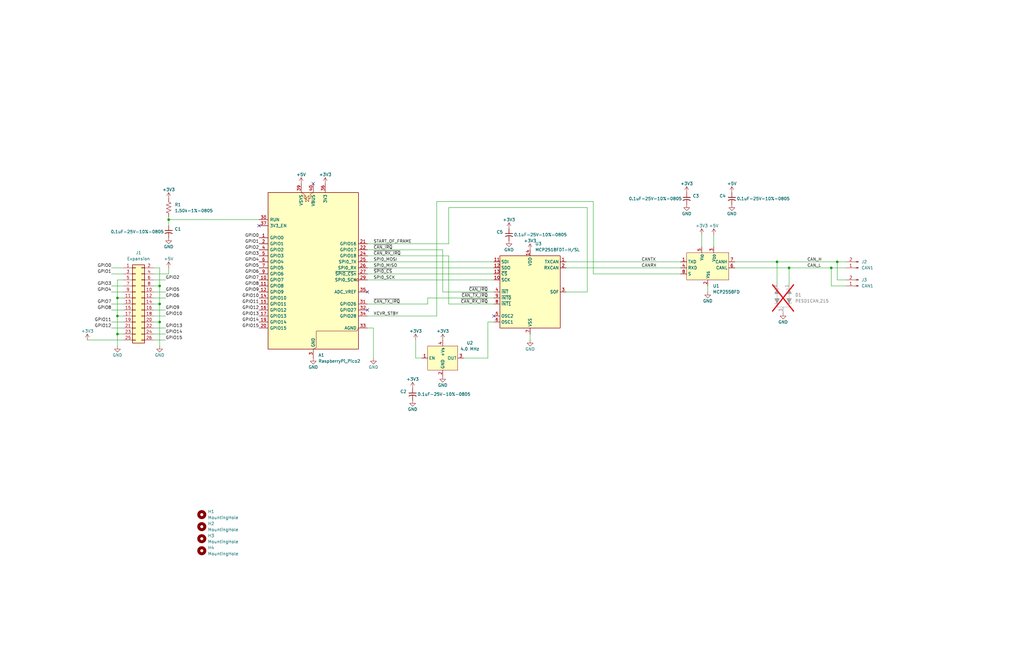
<source format=kicad_sch>
(kicad_sch (version 20250114) (generator "eeschema") (generator_version "9.0")
  (paper "B")
  (title_block (title "Pico CAN-FD Adapter") (date "2025-06-07") (rev "1") (company "1868 SPACE COOKIES"))
  (lib_symbols
    (symbol "Connector:Conn_01x02_Pin" (pin_names (offset 1.016) (hide yes))
      (property "Reference" "J" (at 0 2.54 0))
      (property "Value" "Conn_01x02_Pin" (at 0 -5.08 0))
      (symbol "Conn_01x02_Pin_1_1"
        (rectangle (start 0.8636 0.127) (end 0 -0.127) (stroke (width 0.1524)) (fill (type outline)))
        (rectangle (start 0.8636 -2.413) (end 0 -2.667) (stroke (width 0.1524)) (fill (type outline)))
        (polyline (pts (xy 1.27 0) (xy 0.8636 0)) (stroke (width 0.1524)))
        (polyline (pts (xy 1.27 -2.54) (xy 0.8636 -2.54)) (stroke (width 0.1524)))
        (pin passive line (at 5.08 0 180) (length 3.81) (name "Pin_1") (number "1"))
        (pin passive line (at 5.08 -2.54 180) (length 3.81) (name "Pin_2") (number "2"))
      )
    )
    (symbol "Connector_Generic:Conn_02x13_Odd_Even" (pin_names (offset 1.016) (hide yes))
      (property "Reference" "J" (at 1.27 17.78 0))
      (property "Value" "Conn_02x13_Odd_Even" (at 1.27 -17.78 0))
      (symbol "Conn_02x13_Odd_Even_1_1"
        (rectangle (start -1.27 16.51) (end 3.81 -16.51) (stroke (width 0.254)) (fill (type background)))
        (rectangle (start -1.27 15.367) (end 0 15.113) (stroke (width 0.1524)))
        (rectangle (start -1.27 12.827) (end 0 12.573) (stroke (width 0.1524)))
        (rectangle (start -1.27 10.287) (end 0 10.033) (stroke (width 0.1524)))
        (rectangle (start -1.27 7.747) (end 0 7.493) (stroke (width 0.1524)))
        (rectangle (start -1.27 5.207) (end 0 4.953) (stroke (width 0.1524)))
        (rectangle (start -1.27 2.667) (end 0 2.413) (stroke (width 0.1524)))
        (rectangle (start -1.27 0.127) (end 0 -0.127) (stroke (width 0.1524)))
        (rectangle (start -1.27 -2.413) (end 0 -2.667) (stroke (width 0.1524)))
        (rectangle (start -1.27 -4.953) (end 0 -5.207) (stroke (width 0.1524)))
        (rectangle (start -1.27 -7.493) (end 0 -7.747) (stroke (width 0.1524)))
        (rectangle (start -1.27 -10.033) (end 0 -10.287) (stroke (width 0.1524)))
        (rectangle (start -1.27 -12.573) (end 0 -12.827) (stroke (width 0.1524)))
        (rectangle (start -1.27 -15.113) (end 0 -15.367) (stroke (width 0.1524)))
        (rectangle (start 3.81 15.367) (end 2.54 15.113) (stroke (width 0.1524)))
        (rectangle (start 3.81 12.827) (end 2.54 12.573) (stroke (width 0.1524)))
        (rectangle (start 3.81 10.287) (end 2.54 10.033) (stroke (width 0.1524)))
        (rectangle (start 3.81 7.747) (end 2.54 7.493) (stroke (width 0.1524)))
        (rectangle (start 3.81 5.207) (end 2.54 4.953) (stroke (width 0.1524)))
        (rectangle (start 3.81 2.667) (end 2.54 2.413) (stroke (width 0.1524)))
        (rectangle (start 3.81 0.127) (end 2.54 -0.127) (stroke (width 0.1524)))
        (rectangle (start 3.81 -2.413) (end 2.54 -2.667) (stroke (width 0.1524)))
        (rectangle (start 3.81 -4.953) (end 2.54 -5.207) (stroke (width 0.1524)))
        (rectangle (start 3.81 -7.493) (end 2.54 -7.747) (stroke (width 0.1524)))
        (rectangle (start 3.81 -10.033) (end 2.54 -10.287) (stroke (width 0.1524)))
        (rectangle (start 3.81 -12.573) (end 2.54 -12.827) (stroke (width 0.1524)))
        (rectangle (start 3.81 -15.113) (end 2.54 -15.367) (stroke (width 0.1524)))
        (pin passive line (at -5.08 15.24 0) (length 3.81) (name "Pin_1") (number "1"))
        (pin passive line (at -5.08 12.7 0) (length 3.81) (name "Pin_3") (number "3"))
        (pin passive line (at -5.08 10.16 0) (length 3.81) (name "Pin_5") (number "5"))
        (pin passive line (at -5.08 7.62 0) (length 3.81) (name "Pin_7") (number "7"))
        (pin passive line (at -5.08 5.08 0) (length 3.81) (name "Pin_9") (number "9"))
        (pin passive line (at -5.08 2.54 0) (length 3.81) (name "Pin_11") (number "11"))
        (pin passive line (at -5.08 0 0) (length 3.81) (name "Pin_13") (number "13"))
        (pin passive line (at -5.08 -2.54 0) (length 3.81) (name "Pin_15") (number "15"))
        (pin passive line (at -5.08 -5.08 0) (length 3.81) (name "Pin_17") (number "17"))
        (pin passive line (at -5.08 -7.62 0) (length 3.81) (name "Pin_19") (number "19"))
        (pin passive line (at -5.08 -10.16 0) (length 3.81) (name "Pin_21") (number "21"))
        (pin passive line (at -5.08 -12.7 0) (length 3.81) (name "Pin_23") (number "23"))
        (pin passive line (at -5.08 -15.24 0) (length 3.81) (name "Pin_25") (number "25"))
        (pin passive line (at 7.62 15.24 180) (length 3.81) (name "Pin_2") (number "2"))
        (pin passive line (at 7.62 12.7 180) (length 3.81) (name "Pin_4") (number "4"))
        (pin passive line (at 7.62 10.16 180) (length 3.81) (name "Pin_6") (number "6"))
        (pin passive line (at 7.62 7.62 180) (length 3.81) (name "Pin_8") (number "8"))
        (pin passive line (at 7.62 5.08 180) (length 3.81) (name "Pin_10") (number "10"))
        (pin passive line (at 7.62 2.54 180) (length 3.81) (name "Pin_12") (number "12"))
        (pin passive line (at 7.62 0 180) (length 3.81) (name "Pin_14") (number "14"))
        (pin passive line (at 7.62 -2.54 180) (length 3.81) (name "Pin_16") (number "16"))
        (pin passive line (at 7.62 -5.08 180) (length 3.81) (name "Pin_18") (number "18"))
        (pin passive line (at 7.62 -7.62 180) (length 3.81) (name "Pin_20") (number "20"))
        (pin passive line (at 7.62 -10.16 180) (length 3.81) (name "Pin_22") (number "22"))
        (pin passive line (at 7.62 -12.7 180) (length 3.81) (name "Pin_24") (number "24"))
        (pin passive line (at 7.62 -15.24 180) (length 3.81) (name "Pin_26") (number "26"))
      )
    )
    (symbol "Device:C_Small_US" (pin_numbers (hide yes)) (pin_names (offset 0.254) (hide yes))
      (property "Reference" "C" (at 0.254 1.778 0))
      (property "Value" "C_Small_US" (at 0.254 -2.032 0))
      (symbol "C_Small_US_0_1"
        (polyline (pts (xy -1.524 0.508) (xy 1.524 0.508)) (stroke (width 0.3048)))
        (arc (start -1.524 -0.762) (mid 0 -0.3734) (end 1.524 -0.762) (stroke (width 0.3048)))
      )
      (symbol "C_Small_US_1_1"
        (pin passive line (at 0 2.54 270) (length 2.032) (name "~") (number "1"))
        (pin passive line (at 0 -2.54 90) (length 2.032) (name "~") (number "2"))
      )
    )
    (symbol "Device:R_US" (pin_numbers (hide yes)) (pin_names (offset 0))
      (property "Reference" "R" (at 2.54 0 90))
      (property "Value" "R_US" (at -2.54 0 90))
      (symbol "R_US_0_1"
        (polyline (pts (xy 0 2.286) (xy 0 2.54)))
        (polyline (pts (xy 0 2.286) (xy 1.016 1.905) (xy 0 1.524) (xy -1.016 1.143) (xy 0 0.762)))
        (polyline (pts (xy 0 0.762) (xy 1.016 0.381) (xy 0 0) (xy -1.016 -0.381) (xy 0 -0.762)))
        (polyline (pts (xy 0 -0.762) (xy 1.016 -1.143) (xy 0 -1.524) (xy -1.016 -1.905) (xy 0 -2.286)))
        (polyline (pts (xy 0 -2.286) (xy 0 -2.54)))
      )
      (symbol "R_US_1_1"
        (pin passive line (at 0 3.81 270) (length 1.27) (name "~") (number "1"))
        (pin passive line (at 0 -3.81 90) (length 1.27) (name "~") (number "2"))
      )
    )
    (symbol "Mechanical:MountingHole" (pin_names (offset 1.016)) (in_bom no)
      (property "Reference" "H" (at 0 5.08 0))
      (property "Value" "MountingHole" (at 0 3.175 0))
      (symbol "MountingHole_0_1"
        (circle (center 0 0) (radius 1.27) (stroke (width 1.27)))
      )
    )
    (symbol "Pico-CAN:MCP2518FDT-H/SL"
      (property "Reference" "U4" (at 1.905 13.97 0))
      (property "Value" "MCP2518FDT-H/SL" (at 1.905 11.43 0))
      (symbol "MCP2518FDT-H/SL_0_1"
        (rectangle (start -12.7 10.16) (end 12.7 -20.32) (stroke (width 0.254)) (fill (type background)))
      )
      (symbol "MCP2518FDT-H/SL_1_1"
        (pin input line (at -15.24 7.62 0) (length 2.54) (name "SDI") (number "11"))
        (pin output line (at -15.24 5.08 0) (length 2.54) (name "SDO") (number "12"))
        (pin input line (at -15.24 2.54 0) (length 2.54) (name "~{CS}") (number "13"))
        (pin input line (at -15.24 0 0) (length 2.54) (name "SCK") (number "10"))
        (pin output line (at -15.24 -5.08 0) (length 2.54) (name "~{INT}") (number "4"))
        (pin bidirectional line (at -15.24 -7.62 0) (length 2.54) (name "~{INT0}/GPIO0/XSTBY") (number "9") (alternate "GPIO0" bidirectional line) (alternate "~{INT0}" output line))
        (pin bidirectional line (at -15.24 -10.16 0) (length 2.54) (name "~{INT1}/GPIO1") (number "8") (alternate "~{INT1}" output line))
        (pin output line (at -15.24 -15.24 0) (length 2.54) (name "OSC2") (number "5"))
        (pin input line (at -15.24 -17.78 0) (length 2.54) (name "OSC1") (number "6"))
        (pin power_in line (at 0 12.7 270) (length 2.54) (name "VDD") (number "14"))
        (pin power_in line (at 0 -22.86 90) (length 2.54) (name "VSS") (number "7"))
        (pin output line (at 15.24 7.62 180) (length 2.54) (name "TXCAN") (number "1"))
        (pin input line (at 15.24 5.08 180) (length 2.54) (name "RXCAN") (number "2"))
        (pin output line (at 15.24 -5.08 180) (length 2.54) (name "CLKO/SOF") (number "3") (alternate "SOF" output line))
      )
    )
    (symbol "Pico-CAN:Microchip-MCP2558FDT-H/MF"
      (property "Reference" "U?" (at 15.24 2.5086 0))
      (property "Value" "MCP2558FD" (at 15.24 -0.0314 0))
      (symbol "Microchip-MCP2558FDT-H/MF_1_1"
        (rectangle (start -8.89 0) (end 8.89 -11.43) (fill (type background)))
        (pin input line (at -11.43 -3.81 0) (length 2.54) (name "TXD") (number "1"))
        (pin output line (at -11.43 -6.35 0) (length 2.54) (name "RXD") (number "4"))
        (pin input line (at -11.43 -8.89 0) (length 2.54) (name "S") (number "8"))
        (pin output line (at -2.54 2.54 270) (length 2.54) (name "V_{IO}") (number "5"))
        (pin passive line (at 0 -13.97 90) (length 2.54) (name "V_{SS}") (number "2"))
        (pin passive line (at 2.54 2.54 270) (length 2.54) (name "V_{DD}") (number "3"))
        (pin open_emitter line (at 11.43 -3.81 180) (length 2.54) (name "CANH") (number "7"))
        (pin open_collector line (at 11.43 -6.35 180) (length 2.54) (name "CANL") (number "6"))
      )
    )
    (symbol "Pico-CAN:Oscillator-Wurth-831018041"
      (property "Reference" "U" (at 0 0 0))
      (property "Value" "4.0 MHz" (at 0 0 0))
      (symbol "Oscillator-Wurth-831018041_1_1"
        (rectangle (start -6.35 0) (end 6.35 -10.16) (fill (type background)))
        (pin input line (at -8.89 -5.08 0) (length 2.54) (name "EN") (number "1"))
        (pin power_in line (at 0 2.54 270) (length 2.54) (name "+Vs") (number "4"))
        (pin passive line (at 0 -12.7 90) (length 2.54) (name "GND") (number "2"))
        (pin output line (at 8.89 -5.08 180) (length 2.54) (name "OUT") (number "3"))
      )
    )
    (symbol "Pico-CAN:PESD1CAN" (pin_names (hide yes))
      (property "Reference" "D?" (at 1.2699 0 90))
      (property "MFG P/N" "PESD1CAN,215" (at 3.8099 0 90))
      (symbol "PESD1CAN_0_1"
        (polyline (pts (xy -1.27 -1.524) (xy -1.27 -3.556) (xy -0.762 -3.556)))
        (polyline (pts (xy -1.27 -2.54) (xy 0.762 -2.54)))
        (polyline (pts (xy -1.27 -6.604) (xy -1.27 -8.636) (xy -0.762 -8.636)))
        (polyline (pts (xy -1.27 -7.62) (xy 0.762 -7.62)))
        (polyline (pts (xy 0.635 -2.54) (xy 3.175 -2.54)))
        (polyline (pts (xy 0.635 -7.62) (xy 3.175 -7.62)))
        (polyline (pts (xy 0.762 -1.524) (xy -1.27 -2.54) (xy 0.762 -3.556) (xy 0.762 -1.524)) (fill (type outline)))
        (polyline (pts (xy 0.762 -6.604) (xy -1.27 -7.62) (xy 0.762 -8.636) (xy 0.762 -6.604)) (fill (type outline)))
        (polyline (pts (xy 2.794 -3.556) (xy 4.826 -2.54) (xy 2.794 -1.524) (xy 2.794 -3.556)) (fill (type outline)))
        (polyline (pts (xy 2.794 -8.636) (xy 4.826 -7.62) (xy 2.794 -6.604) (xy 2.794 -8.636)) (fill (type outline)))
        (polyline (pts (xy 4.445 -2.54) (xy 6.35 -2.54) (xy 6.35 -7.62) (xy 4.445 -7.62)))
        (polyline (pts (xy 4.826 -2.54) (xy 2.794 -2.54)))
        (polyline (pts (xy 4.826 -3.556) (xy 4.826 -1.524) (xy 4.318 -1.524)))
        (polyline (pts (xy 4.826 -7.62) (xy 2.794 -7.62)))
        (polyline (pts (xy 4.826 -8.636) (xy 4.826 -6.604) (xy 4.318 -6.604)))
      )
      (symbol "PESD1CAN_1_1"
        (pin passive line (at -3.81 -2.54 0) (length 2.54) (name "K1") (number "1"))
        (pin passive line (at -3.81 -7.62 0) (length 2.54) (name "K1") (number "2"))
        (pin passive line (at 8.89 -5.08 180) (length 2.54) (name "KK") (number "3"))
      )
    )
    (symbol "Pico-CAN:RaspberryPi_Pico2" (pin_names (offset 0.762))
      (property "Reference" "A" (at -19.05 35.56 0))
      (property "Value" "RaspberryPi_Pico2" (at 7.62 35.56 0))
      (symbol "RaspberryPi_Pico2_0_1"
        (rectangle (start -19.05 34.29) (end 19.05 -31.75) (stroke (width 0.254)) (fill (type background)))
        (polyline (pts (xy -5.08 34.29) (xy -3.81 33.655) (xy -3.81 31.75) (xy -3.175 31.75)))
        (polyline (pts (xy -3.429 32.766) (xy -3.429 33.02) (xy -3.175 33.02) (xy -3.175 30.48) (xy -2.921 30.48) (xy -2.921 30.734)))
        (polyline (pts (xy -3.175 31.75) (xy -1.905 33.02) (xy -1.905 30.48) (xy -3.175 31.75)))
        (polyline (pts (xy 0 34.29) (xy -1.27 33.655) (xy -1.27 31.75) (xy -1.905 31.75)))
        (polyline (pts (xy 0 -31.75) (xy 1.27 -31.115) (xy 1.27 -24.13) (xy 18.415 -24.13) (xy 19.05 -22.86)))
      )
      (symbol "RaspberryPi_Pico2_1_1"
        (pin passive line (at -22.86 22.86 0) (length 3.81) (name "RUN") (number "30"))
        (pin passive line (at -22.86 20.32 0) (length 3.81) (name "3V3_EN") (number "37"))
        (pin bidirectional line (at -22.86 15.24 0) (length 3.81) (name "GPIO0") (number "1") (alternate "" input line) (alternate "SPI0_RX" input line))
        (pin bidirectional line (at -22.86 12.7 0) (length 3.81) (name "GPIO1") (number "2") (alternate "~{SPI0_CSn}" bidirectional line))
        (pin bidirectional line (at -22.86 10.16 0) (length 3.81) (name "GPIO2") (number "4") (alternate "SPI0_SCK" bidirectional clock))
        (pin bidirectional line (at -22.86 7.62 0) (length 3.81) (name "GPIO3") (number "5") (alternate "SPI0_TX" output line))
        (pin bidirectional line (at -22.86 5.08 0) (length 3.81) (name "GPIO4") (number "6") (alternate "SPI0_RX" input line))
        (pin bidirectional line (at -22.86 2.54 0) (length 3.81) (name "GPIO5") (number "7") (alternate "" input line) (alternate "~{SPI0_CSn}" bidirectional line))
        (pin bidirectional line (at -22.86 0 0) (length 3.81) (name "GPIO6") (number "9") (alternate "SPI0_SCK" bidirectional clock))
        (pin bidirectional line (at -22.86 -2.54 0) (length 3.81) (name "GPIO7") (number "10") (alternate "SPI0_TX" output line))
        (pin bidirectional line (at -22.86 -5.08 0) (length 3.81) (name "GPIO8") (number "11"))
        (pin bidirectional line (at -22.86 -7.62 0) (length 3.81) (name "GPIO9") (number "12"))
        (pin bidirectional line (at -22.86 -10.16 0) (length 3.81) (name "GPIO10") (number "14"))
        (pin bidirectional line (at -22.86 -12.7 0) (length 3.81) (name "GPIO11") (number "15"))
        (pin bidirectional line (at -22.86 -15.24 0) (length 3.81) (name "GPIO12") (number "16"))
        (pin bidirectional line (at -22.86 -17.78 0) (length 3.81) (name "GPIO13") (number "17"))
        (pin bidirectional line (at -22.86 -20.32 0) (length 3.81) (name "GPIO14") (number "19"))
        (pin bidirectional line (at -22.86 -22.86 0) (length 3.81) (name "GPIO15") (number "20"))
        (pin power_in line (at -5.08 38.1 270) (length 3.81) (name "VSYS") (number "39"))
        (pin power_out line (at 0 38.1 270) (length 3.81) (name "VBUS") (number "40"))
        (pin passive line (at 0 -35.56 90) (length 3.81) (hide yes) (name "GND") (number "13"))
        (pin passive line (at 0 -35.56 90) (length 3.81) (hide yes) (name "GND") (number "18"))
        (pin passive line (at 0 -35.56 90) (length 3.81) (hide yes) (name "GND") (number "23"))
        (pin passive line (at 0 -35.56 90) (length 3.81) (hide yes) (name "GND") (number "28"))
        (pin power_out line (at 0 -35.56 90) (length 3.81) (name "GND") (number "3"))
        (pin passive line (at 0 -35.56 90) (length 3.81) (hide yes) (name "GND") (number "38"))
        (pin passive line (at 0 -35.56 90) (length 3.81) (hide yes) (name "GND") (number "8"))
        (pin power_out line (at 5.08 38.1 270) (length 3.81) (name "3V3") (number "36"))
        (pin bidirectional line (at 22.86 12.7 180) (length 3.81) (name "GPIO16") (number "21") (alternate "" input line) (alternate "SPI0_RX" input line))
        (pin bidirectional line (at 22.86 10.16 180) (length 3.81) (name "GPIO17") (number "22") (alternate "" input line) (alternate "~{SPI0_CSn}" bidirectional line))
        (pin bidirectional line (at 22.86 7.62 180) (length 3.81) (name "GPIO18") (number "24") (alternate "" input line) (alternate "SPI0_SCK" bidirectional clock))
        (pin bidirectional line (at 22.86 5.08 180) (length 3.81) (name "GPIO19") (number "25") (alternate "SPI0_TX" output line))
        (pin bidirectional line (at 22.86 2.54 180) (length 3.81) (name "GPIO20") (number "26") (alternate "SPI0_RX" input line))
        (pin bidirectional line (at 22.86 0 180) (length 3.81) (name "GPIO21") (number "27") (alternate "~{SPI0_CSn}" bidirectional line))
        (pin bidirectional line (at 22.86 -2.54 180) (length 3.81) (name "GPIO22") (number "29") (alternate "SPI0_SCK" bidirectional clock))
        (pin power_in line (at 22.86 -7.62 180) (length 3.81) (name "ADC_VREF") (number "35"))
        (pin bidirectional line (at 22.86 -12.7 180) (length 3.81) (name "GPIO26_ADC0") (number "31") (alternate "" input line) (alternate "GPIO26" bidirectional line))
        (pin bidirectional line (at 22.86 -15.24 180) (length 3.81) (name "GPIO27_ADC1") (number "32") (alternate "GPIO27" bidirectional line))
        (pin bidirectional line (at 22.86 -17.78 180) (length 3.81) (name "GPIO28_ADC2") (number "34") (alternate "GPIO28" bidirectional line))
        (pin power_out line (at 22.86 -22.86 180) (length 3.81) (name "AGND") (number "33"))
      )
    )
    (symbol "power:+3V3" (power) (pin_names (offset 0))
      (property "Value" "+3V3" (at 0 3.556 0))
      (symbol "+3V3_0_1"
        (polyline (pts (xy -0.762 1.27) (xy 0 2.54)))
        (polyline (pts (xy 0 2.54) (xy 0.762 1.27)))
        (polyline (pts (xy 0 0) (xy 0 2.54)))
      )
      (symbol "+3V3_1_1"
        (pin power_in line (at 0 0 90) (length 0) (hide yes) (name "+3V3") (number "1"))
      )
    )
    (symbol "power:+5V" (power) (pin_numbers (hide yes)) (pin_names (offset 0) (hide yes))
      (property "Value" "+5V" (at 0 3.556 0))
      (symbol "+5V_0_1"
        (polyline (pts (xy -0.762 1.27) (xy 0 2.54)))
        (polyline (pts (xy 0 2.54) (xy 0.762 1.27)))
        (polyline (pts (xy 0 0) (xy 0 2.54)))
      )
      (symbol "+5V_1_1"
        (pin power_in line (at 0 0 90) (length 0) (name "~") (number "1"))
      )
    )
    (symbol "power:GND" (power) (pin_names (offset 0))
      (property "Value" "GND" (at 0 -3.81 0))
      (symbol "GND_0_1"
        (polyline (pts (xy 0 0) (xy 0 -1.27) (xy 1.27 -1.27) (xy 0 -2.54) (xy -1.27 -1.27) (xy 0 -1.27)))
      )
      (symbol "GND_1_1"
        (pin power_in line (at 0 0 270) (length 0) (hide yes) (name "GND") (number "1"))
      )
    )
  )
  (junction (at 332.74 113.03))
  (junction (at 49.53 140.97))
  (junction (at 49.53 133.35))
  (junction (at 67.31 120.65))
  (junction (at 71.12 92.71))
  (junction (at 67.31 135.89))
  (junction (at 327.66 110.49))
  (junction (at 67.31 128.27))
  (junction (at 353.06 110.49))
  (junction (at 49.53 125.73))
  (junction (at 350.52 113.03))
  (no_connect (at 208.28 133.35))
  (no_connect (at 132.08 77.47))
  (no_connect (at 109.22 95.25))
  (no_connect (at 154.94 123.19))
  (no_connect (at 154.94 130.81))
  (wire (pts (xy 49.53 118.11) (xy 52.07 118.11)))
  (wire (pts (xy 189.23 107.95) (xy 189.23 128.27)))
  (wire (pts (xy 69.85 133.35) (xy 64.77 133.35)))
  (wire (pts (xy 309.88 110.49) (xy 327.66 110.49)))
  (wire (pts (xy 46.99 138.43) (xy 52.07 138.43)))
  (wire (pts (xy 69.85 138.43) (xy 64.77 138.43)))
  (wire (pts (xy 180.34 128.27) (xy 180.34 125.73)))
  (wire (pts (xy 157.48 138.43) (xy 157.48 151.13)))
  (wire (pts (xy 49.53 125.73) (xy 52.07 125.73)))
  (wire (pts (xy 49.53 125.73) (xy 49.53 118.11)))
  (wire (pts (xy 295.91 99.06) (xy 295.91 104.14)))
  (wire (pts (xy 64.77 143.51) (xy 69.85 143.51)))
  (wire (pts (xy 49.53 133.35) (xy 52.07 133.35)))
  (wire (pts (xy 238.76 110.49) (xy 287.02 110.49)))
  (wire (pts (xy 327.66 110.49) (xy 353.06 110.49)))
  (wire (pts (xy 46.99 120.65) (xy 52.07 120.65)))
  (wire (pts (xy 64.77 120.65) (xy 67.31 120.65)))
  (wire (pts (xy 184.15 85.09) (xy 184.15 133.35)))
  (wire (pts (xy 205.74 151.13) (xy 205.74 135.89)))
  (wire (pts (xy 64.77 128.27) (xy 67.31 128.27)))
  (wire (pts (xy 49.53 140.97) (xy 49.53 146.05)))
  (wire (pts (xy 69.85 125.73) (xy 64.77 125.73)))
  (wire (pts (xy 46.99 115.57) (xy 52.07 115.57)))
  (wire (pts (xy 154.94 102.87) (xy 189.23 102.87)))
  (wire (pts (xy 46.99 123.19) (xy 52.07 123.19)))
  (wire (pts (xy 300.99 99.06) (xy 300.99 104.14)))
  (wire (pts (xy 154.94 113.03) (xy 208.28 113.03)))
  (wire (pts (xy 175.26 151.13) (xy 177.8 151.13)))
  (wire (pts (xy 36.83 143.51) (xy 52.07 143.51)))
  (wire (pts (xy 69.85 123.19) (xy 64.77 123.19)))
  (wire (pts (xy 64.77 113.03) (xy 67.31 113.03)))
  (wire (pts (xy 46.99 135.89) (xy 52.07 135.89)))
  (wire (pts (xy 353.06 118.11) (xy 353.06 110.49)))
  (wire (pts (xy 309.88 113.03) (xy 332.74 113.03)))
  (wire (pts (xy 205.74 135.89) (xy 208.28 135.89)))
  (wire (pts (xy 180.34 125.73) (xy 208.28 125.73)))
  (wire (pts (xy 353.06 110.49) (xy 356.87 110.49)))
  (wire (pts (xy 46.99 128.27) (xy 52.07 128.27)))
  (wire (pts (xy 154.94 110.49) (xy 208.28 110.49)))
  (wire (pts (xy 298.45 120.65) (xy 298.45 123.19)))
  (wire (pts (xy 69.85 130.81) (xy 64.77 130.81)))
  (wire (pts (xy 67.31 128.27) (xy 67.31 135.89)))
  (wire (pts (xy 332.74 113.03) (xy 332.74 119.38)))
  (wire (pts (xy 49.53 140.97) (xy 52.07 140.97)))
  (wire (pts (xy 109.22 92.71) (xy 71.12 92.71)))
  (wire (pts (xy 64.77 135.89) (xy 67.31 135.89)))
  (wire (pts (xy 154.94 115.57) (xy 208.28 115.57)))
  (wire (pts (xy 154.94 138.43) (xy 157.48 138.43)))
  (wire (pts (xy 332.74 113.03) (xy 350.52 113.03)))
  (wire (pts (xy 184.15 85.09) (xy 250.19 85.09)))
  (wire (pts (xy 175.26 143.51) (xy 175.26 151.13)))
  (wire (pts (xy 154.94 128.27) (xy 180.34 128.27)))
  (wire (pts (xy 69.85 140.97) (xy 64.77 140.97)))
  (wire (pts (xy 186.69 105.41) (xy 154.94 105.41)))
  (wire (pts (xy 195.58 151.13) (xy 205.74 151.13)))
  (wire (pts (xy 350.52 120.65) (xy 350.52 113.03)))
  (wire (pts (xy 189.23 87.63) (xy 247.65 87.63)))
  (wire (pts (xy 154.94 133.35) (xy 184.15 133.35)))
  (wire (pts (xy 247.65 87.63) (xy 247.65 123.19)))
  (wire (pts (xy 356.87 118.11) (xy 353.06 118.11)))
  (wire (pts (xy 71.12 115.57) (xy 71.12 113.03)))
  (wire (pts (xy 189.23 102.87) (xy 189.23 87.63)))
  (wire (pts (xy 67.31 113.03) (xy 67.31 120.65)))
  (wire (pts (xy 350.52 113.03) (xy 356.87 113.03)))
  (wire (pts (xy 154.94 107.95) (xy 189.23 107.95)))
  (wire (pts (xy 247.65 123.19) (xy 238.76 123.19)))
  (wire (pts (xy 49.53 133.35) (xy 49.53 125.73)))
  (wire (pts (xy 71.12 92.71) (xy 71.12 95.25)))
  (wire (pts (xy 223.52 140.97) (xy 223.52 143.51)))
  (wire (pts (xy 327.66 110.49) (xy 327.66 119.38)))
  (wire (pts (xy 46.99 130.81) (xy 52.07 130.81)))
  (wire (pts (xy 49.53 140.97) (xy 49.53 133.35)))
  (wire (pts (xy 64.77 115.57) (xy 71.12 115.57)))
  (wire (pts (xy 356.87 120.65) (xy 350.52 120.65)))
  (wire (pts (xy 208.28 123.19) (xy 186.69 123.19)))
  (wire (pts (xy 67.31 120.65) (xy 67.31 128.27)))
  (wire (pts (xy 186.69 123.19) (xy 186.69 105.41)))
  (wire (pts (xy 238.76 113.03) (xy 287.02 113.03)))
  (wire (pts (xy 189.23 128.27) (xy 208.28 128.27)))
  (wire (pts (xy 287.02 115.57) (xy 250.19 115.57)))
  (wire (pts (xy 46.99 113.03) (xy 52.07 113.03)))
  (wire (pts (xy 67.31 135.89) (xy 67.31 146.05)))
  (wire (pts (xy 154.94 118.11) (xy 208.28 118.11)))
  (wire (pts (xy 250.19 85.09) (xy 250.19 115.57)))
  (wire (pts (xy 71.12 92.71) (xy 71.12 91.44)))
  (wire (pts (xy 69.85 118.11) (xy 64.77 118.11)))
  (label "GPIO11" (at 109.22 128.27 180))
  (label "GPIO5" (at 109.22 113.03 180))
  (label "GPIO13" (at 109.22 133.35 180))
  (label "CAN_L" (at 340.36 113.03 0))
  (label "GPIO0" (at 109.22 100.33 180))
  (label "GPIO9" (at 69.85 130.81 0))
  (label "GPIO7" (at 46.99 128.27 180))
  (label "~{CAN_RX_IRQ}" (at 205.74 128.27 180))
  (label "GPIO12" (at 109.22 130.81 180))
  (label "GPIO10" (at 109.22 125.73 180))
  (label "CANRX" (at 270.51 113.03 0))
  (label "GPIO10" (at 69.85 133.35 0))
  (label "GPIO6" (at 69.85 125.73 0))
  (label "GPIO3" (at 109.22 107.95 180))
  (label "GPIO9" (at 109.22 123.19 180))
  (label "GPIO1" (at 46.99 115.57 180))
  (label "~{CAN_IRQ}" (at 205.74 123.19 180))
  (label "SPI0_SCK" (at 157.48 118.11 0))
  (label "~{CAN_TX_IRQ}" (at 157.48 128.27 0))
  (label "GPIO2" (at 69.85 118.11 0))
  (label "GPIO4" (at 109.22 110.49 180))
  (label "GPIO13" (at 69.85 138.43 0))
  (label "~{CAN_IRQ}" (at 157.48 105.41 0))
  (label "GPIO5" (at 69.85 123.19 0))
  (label "XCVR_STBY" (at 157.48 133.35 0))
  (label "SPI0_MISO" (at 157.48 113.03 0))
  (label "GPIO2" (at 109.22 105.41 180))
  (label "GPIO14" (at 109.22 135.89 180))
  (label "~{CAN_RX_IRQ}" (at 157.48 107.95 0))
  (label "START_OF_FRAME" (at 157.48 102.87 0))
  (label "GPIO14" (at 69.85 140.97 0))
  (label "CANTX" (at 270.51 110.49 0))
  (label "GPIO15" (at 69.85 143.51 0))
  (label "GPIO3" (at 46.99 120.65 180))
  (label "GPIO8" (at 46.99 130.81 180))
  (label "GPIO15" (at 109.22 138.43 180))
  (label "~{SPI0_CS}" (at 157.48 115.57 0))
  (label "SPI0_MOSI" (at 157.48 110.49 0))
  (label "GPIO4" (at 46.99 123.19 180))
  (label "CAN_H" (at 340.36 110.49 0))
  (label "GPIO11" (at 46.99 135.89 180))
  (label "GPIO7" (at 109.22 118.11 180))
  (label "GPIO12" (at 46.99 138.43 180))
  (label "~{CAN_TX_IRQ}" (at 205.74 125.73 180))
  (label "GPIO6" (at 109.22 115.57 180))
  (label "GPIO1" (at 109.22 102.87 180))
  (label "GPIO8" (at 109.22 120.65 180))
  (label "GPIO0" (at 46.99 113.03 180))
  (symbol (lib_id "Mechanical:MountingHole") (at 85.09 217.17 0) (unit 1) (in_bom no)
    (property "Reference" "H1" (at 87.63 215.8999 0) (effects (justify left)))
    (property "Value" "MountingHole" (at 87.63 218.4399 0) (effects (justify left)))
    (property "Footprint" "MountingHole:MountingHole_3.7mm" (effects (hide yes)))
    (property "Description" "Mounting Hole without connection" (effects (hide yes)))
  )
  (symbol (lib_id "power:+5V") (at 300.99 99.06 0) (unit 1)
    (property "Reference" "#PWR020" (effects (hide yes)))
    (property "Value" "+5V" (at 300.99 95.25 0))
    (property "Description" "Power symbol creates a global label with name \"+5V\"" (effects (hide yes)))
  )
  (symbol (lib_id "power:GND") (at 71.12 100.33 0) (unit 1)
    (property "Reference" "#PWR02" (effects (hide yes)))
    (property "Value" "GND" (at 71.12 104.14 0))
  )
  (symbol (lib_id "power:+3V3") (at 71.12 83.82 0) (mirror y) (unit 1)
    (property "Reference" "#PWR01" (effects (hide yes)))
    (property "Value" "+3V3" (at 71.12 80.01 0))
  )
  (symbol (lib_id "Device:C_Small_US") (at 289.56 83.82 0) (unit 1)
    (property "Reference" "C3" (at 292.1 82.6769 0) (effects (justify left)))
    (property "Value" "0.1uF-25V-10%-0805" (at 287.528 83.82 0) (effects (justify right)))
    (property "Footprint" "Capacitor_SMD:C_0805_2012Metric_Pad1.18x1.45mm_HandSolder" (effects (hide yes)))
    (property "Description" "capacitor, small US symbol" (effects (hide yes)))
    (property "LCSC Part #" "C519981" (effects (hide yes)))
  )
  (symbol (lib_id "power:GND") (at 157.48 151.13 0) (unit 1)
    (property "Reference" "#PWR06" (effects (hide yes)))
    (property "Value" "GND" (at 157.48 154.94 0))
  )
  (symbol (lib_id "Pico-CAN:Oscillator-Wurth-831018041") (at 186.69 146.05 0) (unit 1)
    (property "Reference" "U2" (at 198.12 144.7098 0))
    (property "Value" "4.0 MHz" (at 198.12 147.2498 0))
    (property "Footprint" "Pico-CAN:ECS-5032MV" (effects (hide yes)))
    (property "Datasheet" "Components/ECS-5032MV.pdf" (effects (hide yes)))
    (property "Description" "XTAL OSC XO  4.0000MHZ HCMOS" (effects (hide yes)))
    (property "MFG" "ECS Inc." (effects (hide yes)))
    (property "MFG P/N" "ECS-5032MV-40-CN-TR" (effects (hide yes)))
    (property "DIST" "Digikey" (effects (hide yes)))
    (property "DIST P/N" "XC3114CT-ND" (effects (hide yes)))
  )
  (symbol (lib_id "Mechanical:MountingHole") (at 85.09 227.33 0) (unit 1) (in_bom no)
    (property "Reference" "H3" (at 87.63 226.0599 0) (effects (justify left)))
    (property "Value" "MountingHole" (at 87.63 228.5999 0) (effects (justify left)))
    (property "Footprint" "MountingHole:MountingHole_3.7mm" (effects (hide yes)))
    (property "Description" "Mounting Hole without connection" (effects (hide yes)))
  )
  (symbol (lib_id "power:GND") (at 289.56 86.36 0) (unit 1)
    (property "Reference" "#PWR017" (effects (hide yes)))
    (property "Value" "GND" (at 289.56 90.17 0))
  )
  (symbol (lib_id "Device:C_Small_US") (at 173.99 166.37 0) (mirror y) (unit 1)
    (property "Reference" "C2" (at 171.45 165.2269 0) (effects (justify left)))
    (property "Value" "0.1uF-25V-10%-0805" (at 176.022 166.37 0) (effects (justify right)))
    (property "Footprint" "Capacitor_SMD:C_0805_2012Metric_Pad1.18x1.45mm_HandSolder" (effects (hide yes)))
    (property "Description" "capacitor, small US symbol" (effects (hide yes)))
    (property "LCSC Part #" "C519981" (effects (hide yes)))
  )
  (symbol (lib_id "power:+3V3") (at 214.63 96.52 0) (mirror y) (unit 1)
    (property "Reference" "#PWR012" (effects (hide yes)))
    (property "Value" "+3V3" (at 214.63 92.71 0))
  )
  (symbol (lib_id "Device:R_US") (at 71.12 87.63 0) (unit 1)
    (property "Reference" "R1" (at 73.66 86.3599 0) (effects (justify left)))
    (property "Value" "1.50k-1%-0805" (at 73.66 88.8999 0) (effects (justify left)))
    (property "Footprint" "Resistor_SMD:R_0805_2012Metric_Pad1.20x1.40mm_HandSolder" (effects (hide yes)))
    (property "Description" "Resistor, US symbol" (effects (hide yes)))
    (property "LCSC Part #" "C114555" (effects (hide yes)))
  )
  (symbol (lib_id "Pico-CAN:Microchip-MCP2558FDT-H/MF") (at 298.45 106.68 0) (unit 1)
    (property "Reference" "U1" (at 300.5933 120.65 0) (effects (justify left)))
    (property "Value" "MCP2558FD" (at 300.5933 123.19 0) (effects (justify left)))
    (property "Footprint" "Package_SO:SO-8_3.9x4.9mm_P1.27mm" (effects (hide yes)))
    (property "Datasheet" "Components/Microchip-MCP2558FD.pdf" (effects (hide yes)))
    (property "Description" "1/1 Transceiver CANbus 8-SOIC" (effects (hide yes)))
    (property "MFG" "Microchip" (effects (hide yes)))
    (property "MFG P/N" "MCP2558FD-H/SN" (effects (hide yes)))
    (property "DIST" "Digikey" (effects (hide yes)))
    (property "DIST P/N" "MCP2558FD-H/SN-ND" (effects (hide yes)))
    (property "LCSC Part #" "C124015" (effects (hide yes)))
  )
  (symbol (lib_id "power:GND") (at 223.52 143.51 0) (unit 1)
    (property "Reference" "#PWR015" (effects (hide yes)))
    (property "Value" "GND" (at 223.52 147.32 0))
  )
  (symbol (lib_id "Device:C_Small_US") (at 214.63 99.06 0) (mirror y) (unit 1)
    (property "Reference" "C5" (at 212.09 97.9169 0) (effects (justify left)))
    (property "Value" "0.1uF-25V-10%-0805" (at 216.662 99.06 0) (effects (justify right)))
    (property "Footprint" "Capacitor_SMD:C_0805_2012Metric_Pad1.18x1.45mm_HandSolder" (effects (hide yes)))
    (property "Description" "capacitor, small US symbol" (effects (hide yes)))
    (property "LCSC Part #" "C519981" (effects (hide yes)))
  )
  (symbol (lib_id "power:+3V3") (at 289.56 81.28 0) (unit 1)
    (property "Reference" "#PWR016" (effects (hide yes)))
    (property "Value" "+3V3" (at 289.56 77.47 0))
  )
  (symbol (lib_id "Device:C_Small_US") (at 71.12 97.79 0) (unit 1)
    (property "Reference" "C1" (at 73.66 96.6469 0) (effects (justify left)))
    (property "Value" "0.1uF-25V-10%-0805" (at 69.088 97.79 0) (effects (justify right)))
    (property "Footprint" "Capacitor_SMD:C_0805_2012Metric_Pad1.18x1.45mm_HandSolder" (effects (hide yes)))
    (property "Description" "capacitor, small US symbol" (effects (hide yes)))
    (property "LCSC Part #" "C519981" (effects (hide yes)))
  )
  (symbol (lib_id "Connector:Conn_01x02_Pin") (at 361.95 113.03 180) (unit 1)
    (property "Reference" "J2" (at 363.22 110.4899 0) (effects (justify right)))
    (property "Value" "CAN1" (at 363.22 113.0299 0) (effects (justify right)))
    (property "Footprint" "Pico-CAN:70555-0001" (effects (hide yes)))
    (property "Datasheet" "Components/Molex-015912055_sd.pdf" (effects (hide yes)))
    (property "MFG" "Molex" (effects (hide yes)))
    (property "MFG P/N" "0015912025" (effects (hide yes)))
    (property "DIST" "Digikey" (effects (hide yes)))
    (property "DIST P/N" "WM1340-ND" (effects (hide yes)))
  )
  (symbol (lib_id "power:GND") (at 298.45 123.19 0) (unit 1)
    (property "Reference" "#PWR019" (effects (hide yes)))
    (property "Value" "GND" (at 298.45 127 0))
  )
  (symbol (lib_id "power:GND") (at 173.99 168.91 0) (mirror y) (unit 1)
    (property "Reference" "#PWR08" (effects (hide yes)))
    (property "Value" "GND" (at 173.99 172.72 0))
  )
  (symbol (lib_id "power:+3V3") (at 36.83 143.51 0) (mirror y) (unit 1)
    (property "Reference" "#PWR027" (effects (hide yes)))
    (property "Value" "+3V3" (at 36.83 139.7 0))
  )
  (symbol (lib_id "power:GND") (at 214.63 101.6 0) (mirror y) (unit 1)
    (property "Reference" "#PWR013" (effects (hide yes)))
    (property "Value" "GND" (at 214.63 105.41 0))
  )
  (symbol (lib_id "Pico-CAN:RaspberryPi_Pico2") (at 132.08 115.57 0) (unit 1)
    (property "Reference" "A1" (at 134.2233 149.86 0) (effects (justify left)))
    (property "Value" "RaspberryPi_Pico2" (at 134.2233 152.4 0) (effects (justify left)))
    (property "Footprint" "Module:RaspberryPi_Pico_Common_Unspecified" (effects (hide yes)))
    (property "Datasheet" "https://datasheets.raspberrypi.com/pico/pico-datasheet.pdf" (effects (hide yes)))
    (property "Description" "Versatile and inexpensive microcontroller module powered by RP2040 dual-core Arm Cortex-M0+ processor up to 133 MHz, 264kB SRAM, 2MB QSPI flash; also supports Raspberry Pi Pico 2" (effects (hide yes)))
    (pin "34" (alternate "GPIO28"))
    (pin "21" (alternate "GPIO16"))
    (pin "32" (alternate "GPIO27"))
    (pin "31" (alternate "GPIO26"))
    (pin "27" (alternate "~{SPI0_CSn}"))
    (pin "26" (alternate "SPI0_RX"))
    (pin "25" (alternate "SPI0_TX"))
    (pin "7" (alternate "GPIO5"))
    (pin "1" (alternate "GPIO0"))
    (pin "22" (alternate "GPIO17"))
    (pin "24" (alternate "GPIO18"))
    (pin "29" (alternate "SPI0_SCK"))
  )
  (symbol (lib_id "power:+3V3") (at 295.91 99.06 0) (unit 1)
    (property "Reference" "#PWR018" (effects (hide yes)))
    (property "Value" "+3V3" (at 295.91 95.25 0))
  )
  (symbol (lib_id "power:GND") (at 330.2 132.08 0) (unit 1)
    (property "Reference" "#PWR023" (effects (hide yes)))
    (property "Value" "GND" (at 330.2 135.89 0))
  )
  (symbol (lib_id "power:GND") (at 308.61 86.36 0) (unit 1)
    (property "Reference" "#PWR022" (effects (hide yes)))
    (property "Value" "GND" (at 308.61 90.17 0))
  )
  (symbol (lib_id "power:+3V3") (at 223.52 105.41 0) (unit 1)
    (property "Reference" "#PWR014" (effects (hide yes)))
    (property "Value" "+3V3" (at 223.52 101.6 0))
  )
  (symbol (lib_id "power:+3V3") (at 175.26 143.51 0) (mirror y) (unit 1)
    (property "Reference" "#PWR09" (effects (hide yes)))
    (property "Value" "+3V3" (at 175.26 139.7 0))
  )
  (symbol (lib_id "Mechanical:MountingHole") (at 85.09 232.41 0) (unit 1) (in_bom no)
    (property "Reference" "H4" (at 87.63 231.1399 0) (effects (justify left)))
    (property "Value" "MountingHole" (at 87.63 233.6799 0) (effects (justify left)))
    (property "Footprint" "MountingHole:MountingHole_3.7mm" (effects (hide yes)))
    (property "Description" "Mounting Hole without connection" (effects (hide yes)))
  )
  (symbol (lib_id "power:+5V") (at 71.12 113.03 0) (unit 1)
    (property "Reference" "#PWR026" (effects (hide yes)))
    (property "Value" "+5V" (at 71.12 109.22 0))
    (property "Description" "Power symbol creates a global label with name \"+5V\"" (effects (hide yes)))
  )
  (symbol (lib_id "Pico-CAN:PESD1CAN") (at 335.28 123.19 270) (unit 1) (dnp yes)
    (property "Reference" "D1" (at 335.28 124.4599 90) (effects (justify left)))
    (property "Value" "PESD1CAN" (effects (hide yes)))
    (property "Footprint" "Package_TO_SOT_SMD:SOT-23" (effects (hide yes)))
    (property "Datasheet" "Components/Nexperia-PESD1CAN.pdf" (effects (hide yes)))
    (property "MFG" "Nexperia" (effects (hide yes)))
    (property "MFG P/N" "PESD1CAN,215" (at 335.28 126.9999 90) (effects (justify left)))
    (property "DIST" "Digikey" (effects (hide yes)))
    (property "DIST P/N" "1727-3817-1-ND" (effects (hide yes)))
    (property "LCSC Part #" "C2984756" (effects (hide yes)))
  )
  (symbol (lib_id "power:+5V") (at 308.61 81.28 0) (unit 1)
    (property "Reference" "#PWR021" (effects (hide yes)))
    (property "Value" "+5V" (at 308.61 77.47 0))
    (property "Description" "Power symbol creates a global label with name \"+5V\"" (effects (hide yes)))
  )
  (symbol (lib_id "power:GND") (at 67.31 146.05 0) (unit 1)
    (property "Reference" "#PWR024" (effects (hide yes)))
    (property "Value" "GND" (at 67.31 149.86 0))
  )
  (symbol (lib_id "Device:C_Small_US") (at 308.61 83.82 0) (mirror y) (unit 1)
    (property "Reference" "C4" (at 306.07 82.6769 0) (effects (justify left)))
    (property "Value" "0.1uF-25V-10%-0805" (at 310.642 83.82 0) (effects (justify right)))
    (property "Footprint" "Capacitor_SMD:C_0805_2012Metric_Pad1.18x1.45mm_HandSolder" (effects (hide yes)))
    (property "Description" "capacitor, small US symbol" (effects (hide yes)))
    (property "LCSC Part #" "C519981" (effects (hide yes)))
  )
  (symbol (lib_id "power:+5V") (at 127 77.47 0) (unit 1)
    (property "Reference" "#PWR03" (effects (hide yes)))
    (property "Value" "+5V" (at 127 73.66 0))
    (property "Description" "Power symbol creates a global label with name \"+5V\"" (effects (hide yes)))
  )
  (symbol (lib_id "Connector_Generic:Conn_02x13_Odd_Even") (at 57.15 128.27 0) (unit 1)
    (property "Reference" "J1" (at 58.42 106.68 0))
    (property "Value" "Expansion" (at 58.42 109.22 0))
    (property "Footprint" "Connector_PinHeader_2.54mm:PinHeader_2x13_P2.54mm_Vertical" (effects (hide yes)))
    (property "Description" "Generic connector, double row, 02x13, odd/even pin numbering scheme (row 1 odd numbers, row 2 even numbers), script generated (kicad-library-utils/schlib/autogen/connector/)" (effects (hide yes)))
  )
  (symbol (lib_id "power:GND") (at 132.08 151.13 0) (unit 1)
    (property "Reference" "#PWR04" (effects (hide yes)))
    (property "Value" "GND" (at 132.08 154.94 0))
  )
  (symbol (lib_id "Mechanical:MountingHole") (at 85.09 222.25 0) (unit 1) (in_bom no)
    (property "Reference" "H2" (at 87.63 220.9799 0) (effects (justify left)))
    (property "Value" "MountingHole" (at 87.63 223.5199 0) (effects (justify left)))
    (property "Footprint" "MountingHole:MountingHole_3.7mm" (effects (hide yes)))
    (property "Description" "Mounting Hole without connection" (effects (hide yes)))
  )
  (symbol (lib_id "power:+3V3") (at 186.69 143.51 0) (mirror y) (unit 1)
    (property "Reference" "#PWR010" (effects (hide yes)))
    (property "Value" "+3V3" (at 186.69 139.7 0))
  )
  (symbol (lib_id "power:GND") (at 49.53 146.05 0) (unit 1)
    (property "Reference" "#PWR025" (effects (hide yes)))
    (property "Value" "GND" (at 49.53 149.86 0))
  )
  (symbol (lib_id "Pico-CAN:MCP2518FDT-H/SL") (at 223.52 118.11 0) (unit 1)
    (property "Reference" "U3" (at 225.6633 102.87 0) (effects (justify left)))
    (property "Value" "MCP2518FDT-H/SL" (at 225.6633 105.41 0) (effects (justify left)))
    (property "Footprint" "Package_SO:SO-14_3.9x8.65mm_P1.27mm" (effects (hide yes)))
    (property "Datasheet" "Components/Microchip-MCP2518.pdf" (effects (hide yes)))
    (property "Description" "CAN FD Controller with SPI Interface, up to 8 Mbps, Vdd 2.7..5.5V,  functional safety ready, VDFN-14" (effects (hide yes)))
    (property "MFG" "Microchip" (effects (hide yes)))
    (property "MFG P/N" "MCP2518FDT-H/SL" (effects (hide yes)))
    (property "DIST" "Digikey" (effects (hide yes)))
    (property "DIST P/N" "MCP2518FDT-H/SLCT-ND" (effects (hide yes)))
    (property "LCSC Part #" "C626759 " (effects (hide yes)))
    (pin "8" (alternate "~{INT1}"))
    (pin "3" (alternate "SOF"))
    (pin "9" (alternate "~{INT0}"))
  )
  (symbol (lib_id "Connector:Conn_01x02_Pin") (at 361.95 120.65 180) (unit 1)
    (property "Reference" "J3" (at 363.22 118.1099 0) (effects (justify right)))
    (property "Value" "CAN1" (at 363.22 120.6499 0) (effects (justify right)))
    (property "Footprint" "Pico-CAN:70555-0001" (effects (hide yes)))
    (property "Datasheet" "Components/Molex-015912055_sd.pdf" (effects (hide yes)))
    (property "MFG" "Molex" (effects (hide yes)))
    (property "MFG P/N" "0015912025" (effects (hide yes)))
    (property "DIST" "Digikey" (effects (hide yes)))
    (property "DIST P/N" "WM1340-ND" (effects (hide yes)))
  )
  (symbol (lib_id "power:+3V3") (at 173.99 163.83 0) (mirror y) (unit 1)
    (property "Reference" "#PWR07" (effects (hide yes)))
    (property "Value" "+3V3" (at 173.99 160.02 0))
  )
  (symbol (lib_id "power:GND") (at 186.69 158.75 0) (unit 1)
    (property "Reference" "#PWR011" (effects (hide yes)))
    (property "Value" "GND" (at 186.69 162.56 0))
  )
  (symbol (lib_id "power:+3V3") (at 137.16 77.47 0) (mirror y) (unit 1)
    (property "Reference" "#PWR05" (effects (hide yes)))
    (property "Value" "+3V3" (at 137.16 73.66 0))
  )
)
</source>
